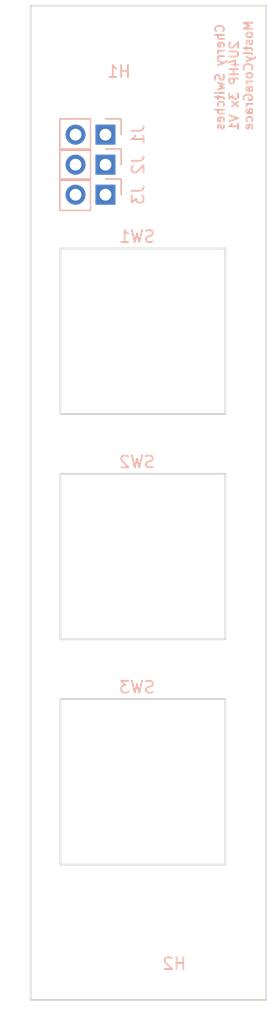
<source format=kicad_pcb>
(kicad_pcb (version 20240108) (generator "pcbnew") (generator_version "8.0")
  (layers (0 "F.Cu" signal) (31 "B.Cu" signal) (34 "B.Paste" user) (35 "F.Paste" user) (36 "B.SilkS" user "B.Silkscreen") (37 "F.SilkS" user "F.Silkscreen") (38 "B.Mask" user) (39 "F.Mask" user) (44 "Edge.Cuts" user))
  (net 0 "")
  (footprint "EXC:MountingHole_3.2mm_M3" (layer "B.Cu") (at 7.62 83.5 180)
    (property "Reference" "H2" (at -4.572 0.061 0) (layer "B.SilkS") (effects (justify mirror)))
    (property "Value" "Eurorack_M3_MountingHole")
    (pad "" np_thru_hole oval (at 0 0 180) (size 4.8 3.2) (drill oval 4.8 3.2) (layers "F&B.Cu" "*.Mask"))
  )
  (footprint "Connector_PinSocket_2.54mm:PinSocket_1x02_P2.54mm_Vertical" (layer "B.Cu") (at 6.35 13.335 90)
    (property "Reference" "J1" (at 0 2.77 90) (layer "B.SilkS") (effects (justify mirror)))
    (property "Value" "Conn_01x02_Socket")
    (fp_line (start 1.33 -3.87) (end -1.33 -3.87) (stroke (width 0.12)) (layer "B.SilkS"))
    (fp_line (start 1.33 -3.87) (end 1.33 -1.27) (stroke (width 0.12)) (layer "B.SilkS"))
    (fp_line (start -1.33 -3.87) (end -1.33 -1.27) (stroke (width 0.12)) (layer "B.SilkS"))
    (fp_line (start 1.33 -1.27) (end -1.33 -1.27) (stroke (width 0.12)) (layer "B.SilkS"))
    (fp_line (start 1.33 0) (end 1.33 1.33) (stroke (width 0.12)) (layer "B.SilkS"))
    (fp_line (start 1.33 1.33) (end 0 1.33) (stroke (width 0.12)) (layer "B.SilkS"))
    (pad "1" thru_hole rect (at 0 0 90) (size 1.7 1.7) (drill 1) (layers "*.Cu" "*.Mask"))
    (pad "2" thru_hole oval (at 0 -2.54 90) (size 1.7 1.7) (drill 1) (layers "*.Cu" "*.Mask"))
  )
  (footprint "EXC:SW_Cherry_MX_1.00u_Mount" (layer "B.Cu") (at 9.525 68.062 180)
    (property "Reference" "SW3" (at 0.5 8 0) (layer "B.SilkS") (effects (justify mirror)))
    (property "Value" "SW_SPST_MOUNT")
    (fp_rect (start -7 7) (end 7 -7) (stroke (width 0.15)) (fill none) (layer "Edge.Cuts"))
  )
  (footprint "EXC:MountingHole_3.2mm_M3" (layer "B.Cu") (at 7.62 5.425 180)
    (property "Reference" "H1" (at 0.127 -2.576 0) (layer "B.SilkS") (effects (justify mirror)))
    (property "Value" "Eurorack_M3_MountingHole")
    (pad "" np_thru_hole oval (at 0 0 180) (size 4.8 3.2) (drill oval 4.8 3.2) (layers "F&B.Cu" "*.Mask"))
  )
  (footprint "Connector_PinSocket_2.54mm:PinSocket_1x02_P2.54mm_Vertical" (layer "B.Cu") (at 6.35 15.875 90)
    (property "Reference" "J2" (at 0 2.77 90) (layer "B.SilkS") (effects (justify mirror)))
    (property "Value" "Conn_01x02_Socket")
    (fp_line (start 1.33 -3.87) (end -1.33 -3.87) (stroke (width 0.12)) (layer "B.SilkS"))
    (fp_line (start 1.33 -3.87) (end 1.33 -1.27) (stroke (width 0.12)) (layer "B.SilkS"))
    (fp_line (start -1.33 -3.87) (end -1.33 -1.27) (stroke (width 0.12)) (layer "B.SilkS"))
    (fp_line (start 1.33 -1.27) (end -1.33 -1.27) (stroke (width 0.12)) (layer "B.SilkS"))
    (fp_line (start 1.33 0) (end 1.33 1.33) (stroke (width 0.12)) (layer "B.SilkS"))
    (fp_line (start 1.33 1.33) (end 0 1.33) (stroke (width 0.12)) (layer "B.SilkS"))
    (pad "1" thru_hole rect (at 0 0 90) (size 1.7 1.7) (drill 1) (layers "*.Cu" "*.Mask"))
    (pad "2" thru_hole oval (at 0 -2.54 90) (size 1.7 1.7) (drill 1) (layers "*.Cu" "*.Mask"))
  )
  (footprint "EXC:SW_Cherry_MX_1.00u_Mount" (layer "B.Cu") (at 9.525 29.962 180)
    (property "Reference" "SW1" (at 0.5 8 0) (layer "B.SilkS") (effects (justify mirror)))
    (property "Value" "SW_SPST_MOUNT")
    (fp_rect (start -7 7) (end 7 -7) (stroke (width 0.15)) (fill none) (layer "Edge.Cuts"))
  )
  (footprint "EXC:SW_Cherry_MX_1.00u_Mount" (layer "B.Cu") (at 9.525 49.012 180)
    (property "Reference" "SW2" (at 0.5 8 0) (layer "B.SilkS") (effects (justify mirror)))
    (property "Value" "SW_SPST_MOUNT")
    (fp_rect (start -7 7) (end 7 -7) (stroke (width 0.15)) (fill none) (layer "Edge.Cuts"))
  )
  (footprint "Connector_PinSocket_2.54mm:PinSocket_1x02_P2.54mm_Vertical" (layer "B.Cu") (at 6.35 18.415 90)
    (property "Reference" "J3" (at 0 2.77 90) (layer "B.SilkS") (effects (justify mirror)))
    (property "Value" "Conn_01x02_Socket")
    (fp_line (start 1.33 -3.87) (end -1.33 -3.87) (stroke (width 0.12)) (layer "B.SilkS"))
    (fp_line (start 1.33 -3.87) (end 1.33 -1.27) (stroke (width 0.12)) (layer "B.SilkS"))
    (fp_line (start -1.33 -3.87) (end -1.33 -1.27) (stroke (width 0.12)) (layer "B.SilkS"))
    (fp_line (start 1.33 -1.27) (end -1.33 -1.27) (stroke (width 0.12)) (layer "B.SilkS"))
    (fp_line (start 1.33 0) (end 1.33 1.33) (stroke (width 0.12)) (layer "B.SilkS"))
    (fp_line (start 1.33 1.33) (end 0 1.33) (stroke (width 0.12)) (layer "B.SilkS"))
    (pad "1" thru_hole rect (at 0 0 90) (size 1.7 1.7) (drill 1) (layers "*.Cu" "*.Mask"))
    (pad "2" thru_hole oval (at 0 -2.54 90) (size 1.7 1.7) (drill 1) (layers "*.Cu" "*.Mask"))
  )
  (gr_rect (start 0 2.425) (end 20 86.5) (stroke (width 0.15)) (fill none) (layer "Edge.Cuts"))
  (gr_text "Cherry Switches\n2U4HP 3x V1\nMostlyCoraGrace" (at 15.621 13.081 90) (layer "B.SilkS") (effects (font (size 0.75 0.75) (thickness 0.15) (bold yes)) (justify right top mirror)))
)
</source>
